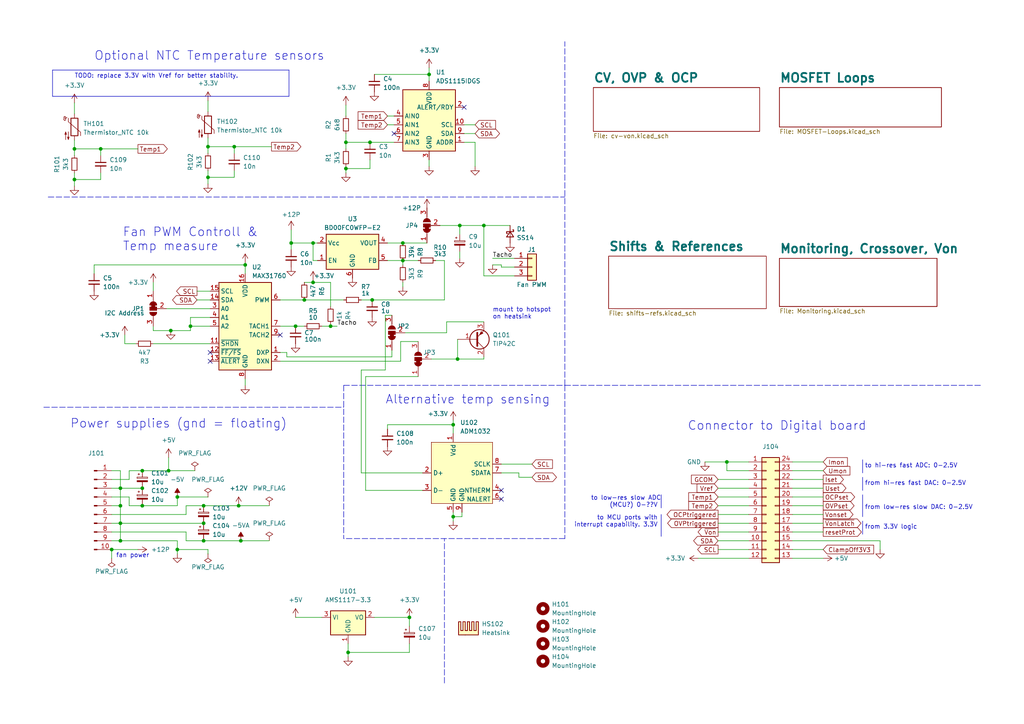
<source format=kicad_sch>
(kicad_sch (version 20230121) (generator eeschema)
  (paper "A4")
  (title_block (title "Electronic Load Analog Test Board") (date "2023-07-07") (rev "${VERSION}") (comment 1 "License: CERN-OHL-W-2.0"))
  (lib_symbols
    (symbol "Analog_ADC:ADS1115IDGS"
      (property "Reference" "U" (at 2.54 13.97 0))
      (property "Value" "ADS1115IDGS" (at 7.62 11.43 0))
      (symbol "ADS1115IDGS_1_1"
        (pin input line (at 10.16 -5.08 180) (length 2.54) (name "ADDR") (number "1"))
        (pin input line (at 10.16 0 180) (length 2.54) (name "SCL") (number "10"))
        (pin output line (at 10.16 5.08 180) (length 2.54) (name "ALERT/RDY") (number "2"))
        (pin power_in line (at 0 -10.16 90) (length 2.54) (name "GND") (number "3"))
        (pin input line (at -10.16 2.54 0) (length 2.54) (name "AIN0") (number "4"))
        (pin input line (at -10.16 0 0) (length 2.54) (name "AIN1") (number "5"))
        (pin input line (at -10.16 -2.54 0) (length 2.54) (name "AIN2") (number "6"))
        (pin input line (at -10.16 -5.08 0) (length 2.54) (name "AIN3") (number "7"))
        (pin power_in line (at 0 12.7 270) (length 2.54) (name "VDD") (number "8"))
        (pin bidirectional line (at 10.16 -2.54 180) (length 2.54) (name "SDA") (number "9"))
      )
    )
    (symbol "Connector:Conn_01x10_Pin" (pin_names (offset 1.016) hide)
      (property "Reference" "J" (at 0 12.7 0))
      (property "Value" "Conn_01x10_Pin" (at 0 -15.24 0))
      (symbol "Conn_01x10_Pin_1_1"
        (pin passive line (at 5.08 10.16 180) (length 3.81) (name "Pin_1") (number "1"))
        (pin passive line (at 5.08 -12.7 180) (length 3.81) (name "Pin_10") (number "10"))
        (pin passive line (at 5.08 7.62 180) (length 3.81) (name "Pin_2") (number "2"))
        (pin passive line (at 5.08 5.08 180) (length 3.81) (name "Pin_3") (number "3"))
        (pin passive line (at 5.08 2.54 180) (length 3.81) (name "Pin_4") (number "4"))
        (pin passive line (at 5.08 0 180) (length 3.81) (name "Pin_5") (number "5"))
        (pin passive line (at 5.08 -2.54 180) (length 3.81) (name "Pin_6") (number "6"))
        (pin passive line (at 5.08 -5.08 180) (length 3.81) (name "Pin_7") (number "7"))
        (pin passive line (at 5.08 -7.62 180) (length 3.81) (name "Pin_8") (number "8"))
        (pin passive line (at 5.08 -10.16 180) (length 3.81) (name "Pin_9") (number "9"))
      )
    )
    (symbol "Connector_Generic:Conn_01x03" (pin_names (offset 1.016) hide)
      (property "Reference" "J" (at 0 5.08 0))
      (property "Value" "Conn_01x03" (at 0 -5.08 0))
      (symbol "Conn_01x03_1_1"
        (pin passive line (at -5.08 2.54 0) (length 3.81) (name "Pin_1") (number "1"))
        (pin passive line (at -5.08 0 0) (length 3.81) (name "Pin_2") (number "2"))
        (pin passive line (at -5.08 -2.54 0) (length 3.81) (name "Pin_3") (number "3"))
      )
    )
    (symbol "Connector_Generic:Conn_02x12_Counter_Clockwise" (pin_names (offset 1.016) hide)
      (property "Reference" "J" (at 1.27 15.24 0))
      (property "Value" "Conn_02x12_Counter_Clockwise" (at 1.27 -17.78 0))
      (symbol "Conn_02x12_Counter_Clockwise_1_1"
        (pin passive line (at -5.08 12.7 0) (length 3.81) (name "Pin_1") (number "1"))
        (pin passive line (at -5.08 -10.16 0) (length 3.81) (name "Pin_10") (number "10"))
        (pin passive line (at -5.08 -12.7 0) (length 3.81) (name "Pin_11") (number "11"))
        (pin passive line (at -5.08 -15.24 0) (length 3.81) (name "Pin_12") (number "12"))
        (pin passive line (at 7.62 -15.24 180) (length 3.81) (name "Pin_13") (number "13"))
        (pin passive line (at 7.62 -12.7 180) (length 3.81) (name "Pin_14") (number "14"))
        (pin passive line (at 7.62 -10.16 180) (length 3.81) (name "Pin_15") (number "15"))
        (pin passive line (at 7.62 -7.62 180) (length 3.81) (name "Pin_16") (number "16"))
        (pin passive line (at 7.62 -5.08 180) (length 3.81) (name "Pin_17") (number "17"))
        (pin passive line (at 7.62 -2.54 180) (length 3.81) (name "Pin_18") (number "18"))
        (pin passive line (at 7.62 0 180) (length 3.81) (name "Pin_19") (number "19"))
        (pin passive line (at -5.08 10.16 0) (length 3.81) (name "Pin_2") (number "2"))
        (pin passive line (at 7.62 2.54 180) (length 3.81) (name "Pin_20") (number "20"))
        (pin passive line (at 7.62 5.08 180) (length 3.81) (name "Pin_21") (number "21"))
        (pin passive line (at 7.62 7.62 180) (length 3.81) (name "Pin_22") (number "22"))
        (pin passive line (at 7.62 10.16 180) (length 3.81) (name "Pin_23") (number "23"))
        (pin passive line (at 7.62 12.7 180) (length 3.81) (name "Pin_24") (number "24"))
        (pin passive line (at -5.08 7.62 0) (length 3.81) (name "Pin_3") (number "3"))
        (pin passive line (at -5.08 5.08 0) (length 3.81) (name "Pin_4") (number "4"))
        (pin passive line (at -5.08 2.54 0) (length 3.81) (name "Pin_5") (number "5"))
        (pin passive line (at -5.08 0 0) (length 3.81) (name "Pin_6") (number "6"))
        (pin passive line (at -5.08 -2.54 0) (length 3.81) (name "Pin_7") (number "7"))
        (pin passive line (at -5.08 -5.08 0) (length 3.81) (name "Pin_8") (number "8"))
        (pin passive line (at -5.08 -7.62 0) (length 3.81) (name "Pin_9") (number "9"))
      )
    )
    (symbol "Device:C_Polarized_Small" (pin_numbers hide) (pin_names (offset 0.254) hide)
      (property "Reference" "C" (at 0.254 1.778 0))
      (property "Value" "C_Polarized_Small" (at 0.254 -2.032 0))
      (symbol "C_Polarized_Small_1_1"
        (pin passive line (at 0 2.54 270) (length 1.8542) (name "~") (number "1"))
        (pin passive line (at 0 -2.54 90) (length 1.8542) (name "~") (number "2"))
      )
    )
    (symbol "Device:C_Small" (pin_numbers hide) (pin_names (offset 0.254) hide)
      (property "Reference" "C" (at 0.254 1.778 0))
      (property "Value" "C_Small" (at 0.254 -2.032 0))
      (symbol "C_Small_1_1"
        (pin passive line (at 0 2.54 270) (length 2.032) (name "~") (number "1"))
        (pin passive line (at 0 -2.54 90) (length 2.032) (name "~") (number "2"))
      )
    )
    (symbol "Device:D_Schottky_Small" (pin_numbers hide) (pin_names (offset 0.254) hide)
      (property "Reference" "D" (at -1.27 2.032 0))
      (property "Value" "D_Schottky_Small" (at -7.112 -2.032 0))
      (symbol "D_Schottky_Small_1_1"
        (pin passive line (at -2.54 0 0) (length 1.778) (name "K") (number "1"))
        (pin passive line (at 2.54 0 180) (length 1.778) (name "A") (number "2"))
      )
    )
    (symbol "Device:R_Small" (pin_numbers hide) (pin_names (offset 0.254) hide)
      (property "Reference" "R" (at 0.762 0.508 0))
      (property "Value" "R_Small" (at 0.762 -1.016 0))
      (symbol "R_Small_1_1"
        (pin passive line (at 0 2.54 270) (length 0.762) (name "~") (number "1"))
        (pin passive line (at 0 -2.54 90) (length 0.762) (name "~") (number "2"))
      )
    )
    (symbol "Device:Thermistor_NTC" (pin_numbers hide) (pin_names (offset 0))
      (property "Reference" "TH" (at -4.445 0 90))
      (property "Value" "Thermistor_NTC" (at 3.175 0 90))
      (symbol "Thermistor_NTC_1_1"
        (pin passive line (at 0 3.81 270) (length 1.27) (name "~") (number "1"))
        (pin passive line (at 0 -3.81 90) (length 1.27) (name "~") (number "2"))
      )
    )
    (symbol "EL-Load:ADM1032"
      (property "Reference" "U" (at 1.27 15.24 0))
      (property "Value" "ADM1032" (at 5.08 12.7 0))
      (symbol "ADM1032_1_1"
        (pin power_in line (at -2.54 13.97 270) (length 2.54) (name "Vdd") (number "1"))
        (pin bidirectional line (at -11.43 2.54 0) (length 2.54) (name "D+") (number "2"))
        (pin bidirectional line (at -11.43 -2.54 0) (length 2.54) (name "D-") (number "3"))
        (pin output line (at 11.43 -2.54 180) (length 2.54) (name "NTHERM") (number "4"))
        (pin power_in line (at -2.54 -8.89 90) (length 2.54) (name "GND") (number "5"))
        (pin output line (at 11.43 -5.08 180) (length 2.54) (name "NALERT") (number "6"))
        (pin bidirectional line (at 11.43 2.54 180) (length 2.54) (name "SDATA") (number "7"))
        (pin input line (at 11.43 5.08 180) (length 2.54) (name "SCLK") (number "8"))
        (pin power_in line (at 0 -8.89 90) (length 2.54) (name "GND") (number "9"))
      )
    )
    (symbol "EL-Load:BD00FC0W"
      (property "Reference" "U" (at -6.35 6.35 0))
      (property "Value" "BD00FC0WFP-E2" (at 2.54 6.35 0))
      (symbol "BD00FC0W_1_0"
        (pin power_in line (at 0 -7.62 90) (length 2.54) (name "GND") (number "6"))
      )
      (symbol "BD00FC0W_1_1"
        (pin input line (at -10.16 -2.54 0) (length 2.54) (name "EN") (number "1"))
        (pin power_in line (at -10.16 2.54 0) (length 2.54) (name "Vcc") (number "2"))
        (pin no_connect line (at -2.54 -7.62 90) (length 2.54) hide (name "N.C.") (number "3"))
        (pin power_out line (at 10.16 2.54 180) (length 2.54) (name "VOUT") (number "4"))
        (pin input line (at 10.16 -2.54 180) (length 2.54) (name "FB") (number "5"))
      )
    )
    (symbol "EL-Load:MAX31760"
      (property "Reference" "U" (at -7.62 13.97 0))
      (property "Value" "MAX31760" (at 1.27 13.97 0))
      (symbol "MAX31760_1_1"
        (pin input line (at 10.16 -7.62 180) (length 2.54) (name "DXP") (number "1"))
        (pin no_connect line (at 10.16 2.54 180) (length 2.54) hide (name "N.C.") (number "10"))
        (pin input line (at -10.16 -5.08 0) (length 2.54) (name "~{SHDN}") (number "11"))
        (pin input line (at -10.16 -7.62 0) (length 2.54) (name "~{FF/FS}") (number "12"))
        (pin output line (at -10.16 -10.16 0) (length 2.54) (name "~{ALERT}") (number "13"))
        (pin bidirectional line (at -10.16 7.62 0) (length 2.54) (name "SDA") (number "14"))
        (pin input line (at -10.16 10.16 0) (length 2.54) (name "SCL") (number "15"))
        (pin power_in line (at 0 15.24 270) (length 2.54) (name "VDD") (number "16"))
        (pin input line (at 10.16 -10.16 180) (length 2.54) (name "DXN") (number "2"))
        (pin input line (at -10.16 5.08 0) (length 2.54) (name "A0") (number "3"))
        (pin input line (at -10.16 2.54 0) (length 2.54) (name "A1") (number "4"))
        (pin input line (at -10.16 0 0) (length 2.54) (name "A2") (number "5"))
        (pin output line (at 10.16 7.62 180) (length 2.54) (name "PWM") (number "6"))
        (pin passive line (at 10.16 0 180) (length 2.54) (name "TACH1") (number "7"))
        (pin input line (at 0 -15.24 90) (length 2.54) (name "GND") (number "8"))
        (pin input line (at 10.16 -2.54 180) (length 2.54) (name "TACH2") (number "9"))
      )
    )
    (symbol "Jumper:SolderJumper_3_Bridged12" (pin_names (offset 0) hide)
      (property "Reference" "JP" (at -2.54 -2.54 0))
      (property "Value" "SolderJumper_3_Bridged12" (at 0 2.794 0))
      (symbol "SolderJumper_3_Bridged12_1_1"
        (pin passive line (at -5.08 0 0) (length 2.54) (name "A") (number "1"))
        (pin passive line (at 0 -3.81 90) (length 2.54) (name "C") (number "2"))
        (pin passive line (at 5.08 0 180) (length 2.54) (name "B") (number "3"))
      )
    )
    (symbol "Mechanical:Heatsink" (pin_names (offset 1.016))
      (property "Reference" "HS" (at 0 5.08 0))
      (property "Value" "Heatsink" (at 0 -1.27 0))
    )
    (symbol "Mechanical:MountingHole" (pin_names (offset 1.016))
      (property "Reference" "H" (at 0 5.08 0))
      (property "Value" "MountingHole" (at 0 3.175 0))
    )
    (symbol "Regulator_Linear:AMS1117-3.3"
      (property "Reference" "U" (at -3.81 3.175 0))
      (property "Value" "AMS1117-3.3" (at 0 3.175 0))
      (symbol "AMS1117-3.3_1_1"
        (pin power_in line (at 0 -7.62 90) (length 2.54) (name "GND") (number "1"))
        (pin power_out line (at 7.62 0 180) (length 2.54) (name "VO") (number "2"))
        (pin power_in line (at -7.62 0 0) (length 2.54) (name "VI") (number "3"))
      )
    )
    (symbol "Transistor_BJT:TIP42C" (pin_names (offset 0) hide)
      (property "Reference" "Q" (at 6.35 1.905 0))
      (property "Value" "TIP42C" (at 6.35 0 0))
      (symbol "TIP42C_1_1"
        (pin input line (at -5.08 0 0) (length 5.715) (name "B") (number "1"))
        (pin passive line (at 2.54 5.08 270) (length 2.54) (name "C") (number "2"))
        (pin passive line (at 2.54 -5.08 90) (length 2.54) (name "E") (number "3"))
      )
    )
    (symbol "power:+12P" (power) (pin_names (offset 0))
      (property "Value" "+12P" (at 0 3.556 0))
      (symbol "+12P_1_1"
        (pin power_in line (at 0 0 90) (length 0) hide (name "+12P") (number "1"))
      )
    )
    (symbol "power:+12V" (power) (pin_names (offset 0))
      (property "Value" "+12V" (at 0 3.556 0))
      (symbol "+12V_1_1"
        (pin power_in line (at 0 0 90) (length 0) hide (name "+12V") (number "1"))
      )
    )
    (symbol "power:+3.3V" (power) (pin_names (offset 0))
      (property "Value" "+3.3V" (at 0 3.556 0))
      (symbol "+3.3V_1_1"
        (pin power_in line (at 0 0 90) (length 0) hide (name "+3.3V") (number "1"))
      )
    )
    (symbol "power:+5V" (power) (pin_names (offset 0))
      (property "Value" "+5V" (at 0 3.556 0))
      (symbol "+5V_1_1"
        (pin power_in line (at 0 0 90) (length 0) hide (name "+5V") (number "1"))
      )
    )
    (symbol "power:-5V" (power) (pin_names (offset 0))
      (property "Value" "-5V" (at 0 3.81 0))
      (symbol "-5V_0_0"
        (pin power_in line (at 0 0 90) (length 0) hide (name "-5V") (number "1"))
      )
    )
    (symbol "power:-5VA" (power) (pin_names (offset 0))
      (property "Value" "-5VA" (at 0 3.81 0))
      (symbol "-5VA_0_0"
        (pin power_in line (at 0 0 90) (length 0) hide (name "-5VA") (number "1"))
      )
    )
    (symbol "power:GND" (power) (pin_names (offset 0))
      (property "Value" "GND" (at 0 -3.81 0))
      (symbol "GND_1_1"
        (pin power_in line (at 0 0 270) (length 0) hide (name "GND") (number "1"))
      )
    )
    (symbol "power:PWR_FLAG" (power) (pin_numbers hide) (pin_names (offset 0) hide)
      (property "Value" "PWR_FLAG" (at 0 3.81 0))
      (symbol "PWR_FLAG_0_0"
        (pin power_out line (at 0 0 90) (length 0) (name "pwr") (number "1"))
      )
    )
  )
  (junction (at 21.59 52.07))
  (junction (at 59.055 146.685))
  (junction (at 49.53 95.885))
  (junction (at 107.315 41.275))
  (junction (at 41.275 141.605))
  (junction (at 95.885 94.615))
  (junction (at 51.435 144.145))
  (junction (at 60.325 42.545))
  (junction (at 60.325 51.435))
  (junction (at 133.35 65.405))
  (junction (at 34.925 146.685))
  (junction (at 84.455 70.485))
  (junction (at 131.445 149.86))
  (junction (at 100.965 189.23))
  (junction (at 48.895 136.525))
  (junction (at 34.925 141.605))
  (junction (at 100.33 48.895))
  (junction (at 90.805 81.915))
  (junction (at 132.715 104.14))
  (junction (at 34.925 156.845))
  (junction (at 131.445 123.19))
  (junction (at 69.85 156.845))
  (junction (at 32.385 159.385))
  (junction (at 55.245 94.615))
  (junction (at 118.745 179.07))
  (junction (at 116.84 70.485))
  (junction (at 116.84 75.565))
  (junction (at 69.215 146.685))
  (junction (at 34.925 151.765))
  (junction (at 85.725 94.615))
  (junction (at 21.59 43.18))
  (junction (at 124.46 21.59))
  (junction (at 90.805 70.485))
  (junction (at 51.435 159.385))
  (junction (at 29.21 43.18))
  (junction (at 67.945 42.545))
  (junction (at 210.82 133.985))
  (junction (at 59.055 151.765))
  (junction (at 88.265 86.995))
  (junction (at 41.275 136.525))
  (junction (at 107.95 86.995))
  (junction (at 71.12 76.835))
  (junction (at 140.335 65.405))
  (junction (at 100.33 41.275))
  (junction (at 59.055 156.845))
  (junction (at 41.275 146.685))
  (no_connect (at 81.28 97.155))
  (no_connect (at 114.3 38.735))
  (no_connect (at 134.62 31.115))
  (no_connect (at 145.415 144.78))
  (no_connect (at 60.96 102.235))
  (no_connect (at 60.96 104.775))
  (no_connect (at 145.415 142.24))
  (wire (pts (xy 113.665 91.44) (xy 111.76 91.44)))
  (wire (pts (xy 126.365 75.565) (xy 128.905 75.565)))
  (wire (pts (xy 53.975 156.845) (xy 59.055 156.845)))
  (wire (pts (xy 107.315 41.275) (xy 114.3 41.275)))
  (wire (pts (xy 34.925 136.525) (xy 34.925 141.605)))
  (wire (pts (xy 32.385 141.605) (xy 34.925 141.605)))
  (wire (pts (xy 48.895 132.715) (xy 48.895 136.525)))
  (polyline (pts (xy 250.19 151.13) (xy 250.19 154.94)) (stroke (width 0) (type solid)))
  (polyline (pts (xy 12.7 118.11) (xy 99.695 118.11)) (stroke (width 0) (type dash)))
  (wire (pts (xy 60.325 51.435) (xy 60.325 53.34)))
  (wire (pts (xy 124.46 19.685) (xy 124.46 21.59)))
  (wire (pts (xy 133.35 65.405) (xy 140.335 65.405)))
  (wire (pts (xy 150.495 138.43) (xy 150.495 137.16)))
  (wire (pts (xy 106.045 142.24) (xy 122.555 142.24)))
  (wire (pts (xy 145.415 77.47) (xy 145.415 76.835)))
  (wire (pts (xy 34.925 146.685) (xy 34.925 151.765)))
  (wire (pts (xy 85.725 179.07) (xy 93.345 179.07)))
  (wire (pts (xy 57.15 84.455) (xy 60.96 84.455)))
  (wire (pts (xy 112.395 75.565) (xy 116.84 75.565)))
  (polyline (pts (xy 250.19 133.35) (xy 250.19 137.16)) (stroke (width 0) (type solid)))
  (wire (pts (xy 229.87 139.065) (xy 238.76 139.065)))
  (polyline (pts (xy 13.97 57.15) (xy 163.83 57.15)) (stroke (width 0) (type dash)))
  (wire (pts (xy 85.725 94.615) (xy 88.265 94.615)))
  (wire (pts (xy 128.905 86.995) (xy 107.95 86.995)))
  (wire (pts (xy 140.335 65.405) (xy 140.335 80.01)))
  (wire (pts (xy 116.205 99.06) (xy 121.285 99.06)))
  (wire (pts (xy 95.885 81.915) (xy 95.885 88.9)))
  (polyline (pts (xy 250.19 143.51) (xy 250.19 149.86)) (stroke (width 0) (type solid)))
  (wire (pts (xy 125.095 104.14) (xy 132.715 104.14)))
  (wire (pts (xy 217.17 133.985) (xy 210.82 133.985)))
  (wire (pts (xy 67.945 51.435) (xy 60.325 51.435)))
  (wire (pts (xy 229.87 156.845) (xy 255.27 156.845)))
  (wire (pts (xy 34.925 151.765) (xy 34.925 156.845)))
  (wire (pts (xy 59.055 146.685) (xy 69.215 146.685)))
  (wire (pts (xy 81.28 102.235) (xy 83.185 102.235)))
  (wire (pts (xy 104.775 107.315) (xy 104.775 137.16)))
  (wire (pts (xy 84.455 70.485) (xy 90.805 70.485)))
  (wire (pts (xy 67.945 44.45) (xy 67.945 42.545)))
  (wire (pts (xy 116.205 99.06) (xy 116.205 104.775)))
  (polyline (pts (xy 83.82 20.32) (xy 83.82 27.94)))
  (polyline (pts (xy 128.905 198.12) (xy 128.905 156.21)) (stroke (width 0) (type dash)))
  (wire (pts (xy 95.885 93.98) (xy 95.885 94.615)))
  (wire (pts (xy 90.805 81.28) (xy 90.805 81.915)))
  (wire (pts (xy 51.435 156.845) (xy 51.435 159.385)))
  (wire (pts (xy 53.975 154.305) (xy 53.975 156.845)))
  (wire (pts (xy 208.28 154.305) (xy 217.17 154.305)))
  (wire (pts (xy 140.335 65.405) (xy 147.955 65.405)))
  (wire (pts (xy 69.215 146.685) (xy 78.105 146.685)))
  (wire (pts (xy 34.925 156.845) (xy 51.435 156.845)))
  (wire (pts (xy 112.395 70.485) (xy 116.84 70.485)))
  (wire (pts (xy 44.45 81.915) (xy 44.45 84.455)))
  (wire (pts (xy 34.925 151.765) (xy 59.055 151.765)))
  (wire (pts (xy 208.28 144.145) (xy 217.17 144.145)))
  (wire (pts (xy 104.775 86.995) (xy 107.95 86.995)))
  (wire (pts (xy 106.045 109.22) (xy 106.045 142.24)))
  (wire (pts (xy 67.945 49.53) (xy 67.945 51.435)))
  (wire (pts (xy 100.33 41.275) (xy 107.315 41.275)))
  (wire (pts (xy 112.395 36.195) (xy 114.3 36.195)))
  (wire (pts (xy 93.345 94.615) (xy 95.885 94.615)))
  (wire (pts (xy 44.45 95.885) (xy 49.53 95.885)))
  (wire (pts (xy 44.45 99.695) (xy 60.96 99.695)))
  (polyline (pts (xy 83.82 27.94) (xy 15.24 27.94)))
  (wire (pts (xy 108.585 179.07) (xy 118.745 179.07)))
  (wire (pts (xy 100.33 48.895) (xy 100.33 50.165)))
  (wire (pts (xy 104.775 137.16) (xy 122.555 137.16)))
  (wire (pts (xy 51.435 144.145) (xy 60.325 144.145)))
  (wire (pts (xy 59.055 156.845) (xy 69.85 156.845)))
  (wire (pts (xy 92.075 75.565) (xy 90.805 75.565)))
  (wire (pts (xy 229.87 149.225) (xy 238.76 149.225)))
  (wire (pts (xy 229.87 161.925) (xy 238.76 161.925)))
  (wire (pts (xy 208.28 141.605) (xy 217.17 141.605)))
  (wire (pts (xy 116.84 70.485) (xy 123.825 70.485)))
  (wire (pts (xy 32.385 151.765) (xy 34.925 151.765)))
  (wire (pts (xy 208.28 146.685) (xy 217.17 146.685)))
  (wire (pts (xy 118.745 179.07) (xy 118.745 181.61)))
  (wire (pts (xy 37.465 144.145) (xy 37.465 146.685)))
  (wire (pts (xy 128.905 75.565) (xy 128.905 86.995)))
  (wire (pts (xy 107.315 46.355) (xy 107.315 48.895)))
  (wire (pts (xy 108.585 21.59) (xy 124.46 21.59)))
  (wire (pts (xy 132.715 98.425) (xy 132.715 104.14)))
  (wire (pts (xy 131.445 123.19) (xy 131.445 125.73)))
  (wire (pts (xy 124.46 46.355) (xy 124.46 48.26)))
  (wire (pts (xy 27.305 76.835) (xy 71.12 76.835)))
  (wire (pts (xy 90.805 81.915) (xy 88.265 81.915)))
  (wire (pts (xy 84.455 70.485) (xy 84.455 72.39)))
  (wire (pts (xy 90.805 70.485) (xy 90.805 75.565)))
  (wire (pts (xy 204.47 133.985) (xy 210.82 133.985)))
  (wire (pts (xy 21.59 40.64) (xy 21.59 43.18)))
  (wire (pts (xy 113.665 101.6) (xy 113.665 103.505)))
  (wire (pts (xy 32.385 159.385) (xy 32.385 161.925)))
  (wire (pts (xy 100.33 38.735) (xy 100.33 41.275)))
  (wire (pts (xy 21.59 29.845) (xy 21.59 33.02)))
  (wire (pts (xy 229.87 146.685) (xy 238.76 146.685)))
  (wire (pts (xy 60.325 42.545) (xy 60.325 44.45)))
  (wire (pts (xy 60.325 42.545) (xy 67.945 42.545)))
  (wire (pts (xy 55.245 92.075) (xy 55.245 94.615)))
  (wire (pts (xy 229.87 136.525) (xy 238.76 136.525)))
  (wire (pts (xy 112.395 123.19) (xy 131.445 123.19)))
  (wire (pts (xy 32.385 154.305) (xy 53.975 154.305)))
  (polyline (pts (xy 191.77 143.51) (xy 191.77 147.32)) (stroke (width 0) (type solid)))
  (wire (pts (xy 133.35 65.405) (xy 133.35 67.945)))
  (wire (pts (xy 100.33 41.275) (xy 100.33 43.18)))
  (wire (pts (xy 44.45 94.615) (xy 44.45 95.885)))
  (wire (pts (xy 100.965 186.69) (xy 100.965 189.23)))
  (wire (pts (xy 229.87 151.765) (xy 238.76 151.765)))
  (wire (pts (xy 229.87 141.605) (xy 238.76 141.605)))
  (wire (pts (xy 134.62 41.275) (xy 137.795 41.275)))
  (wire (pts (xy 37.465 139.065) (xy 37.465 136.525)))
  (wire (pts (xy 21.59 43.18) (xy 21.59 45.085)))
  (polyline (pts (xy 15.24 20.32) (xy 15.24 27.94)))
  (wire (pts (xy 133.35 73.025) (xy 133.35 74.93)))
  (wire (pts (xy 210.82 136.525) (xy 217.17 136.525)))
  (wire (pts (xy 41.275 146.685) (xy 51.435 146.685)))
  (wire (pts (xy 51.435 159.385) (xy 60.325 159.385)))
  (wire (pts (xy 137.795 41.275) (xy 137.795 48.26)))
  (wire (pts (xy 32.385 159.385) (xy 40.005 159.385)))
  (polyline (pts (xy 191.77 149.225) (xy 191.77 155.575)) (stroke (width 0) (type solid)))
  (wire (pts (xy 116.205 104.775) (xy 81.28 104.775)))
  (wire (pts (xy 124.46 21.59) (xy 124.46 23.495)))
  (polyline (pts (xy 15.24 20.32) (xy 83.82 20.32)))
  (wire (pts (xy 34.925 141.605) (xy 34.925 146.685)))
  (wire (pts (xy 118.745 186.69) (xy 118.745 189.23)))
  (wire (pts (xy 208.28 139.065) (xy 217.17 139.065)))
  (wire (pts (xy 27.305 79.375) (xy 27.305 76.835)))
  (wire (pts (xy 111.76 91.44) (xy 111.76 107.315)))
  (wire (pts (xy 32.385 136.525) (xy 34.925 136.525)))
  (wire (pts (xy 60.325 159.385) (xy 60.325 160.655)))
  (wire (pts (xy 53.975 149.225) (xy 53.975 146.685)))
  (polyline (pts (xy 163.83 111.76) (xy 284.48 111.76)) (stroke (width 0) (type dash)))
  (polyline (pts (xy 99.695 111.76) (xy 99.695 156.21)) (stroke (width 0) (type dash)))
  (wire (pts (xy 29.21 50.165) (xy 29.21 52.07)))
  (wire (pts (xy 32.385 139.065) (xy 37.465 139.065)))
  (wire (pts (xy 51.435 144.145) (xy 51.435 146.685)))
  (wire (pts (xy 100.33 30.48) (xy 100.33 33.655)))
  (wire (pts (xy 145.415 134.62) (xy 154.305 134.62)))
  (wire (pts (xy 145.415 137.16) (xy 150.495 137.16)))
  (wire (pts (xy 208.28 159.385) (xy 217.17 159.385)))
  (wire (pts (xy 29.21 45.085) (xy 29.21 43.18)))
  (wire (pts (xy 229.87 154.305) (xy 238.76 154.305)))
  (wire (pts (xy 36.195 99.695) (xy 36.195 97.155)))
  (wire (pts (xy 229.87 159.385) (xy 238.76 159.385)))
  (wire (pts (xy 32.385 149.225) (xy 53.975 149.225)))
  (wire (pts (xy 149.225 77.47) (xy 145.415 77.47)))
  (wire (pts (xy 32.385 144.145) (xy 37.465 144.145)))
  (wire (pts (xy 48.26 89.535) (xy 60.96 89.535)))
  (wire (pts (xy 140.335 80.01) (xy 149.225 80.01)))
  (wire (pts (xy 134.62 36.195) (xy 137.795 36.195)))
  (wire (pts (xy 111.76 107.315) (xy 104.775 107.315)))
  (wire (pts (xy 132.715 104.14) (xy 140.335 104.14)))
  (wire (pts (xy 49.53 95.885) (xy 55.245 95.885)))
  (wire (pts (xy 37.465 136.525) (xy 41.275 136.525)))
  (wire (pts (xy 67.945 42.545) (xy 78.74 42.545)))
  (wire (pts (xy 21.59 52.07) (xy 21.59 53.975)))
  (wire (pts (xy 34.925 141.605) (xy 41.275 141.605)))
  (wire (pts (xy 90.805 70.485) (xy 92.075 70.485)))
  (wire (pts (xy 208.28 149.225) (xy 217.17 149.225)))
  (polyline (pts (xy 163.83 111.76) (xy 163.83 12.065)) (stroke (width 0) (type dash)))
  (wire (pts (xy 107.315 48.895) (xy 100.33 48.895)))
  (wire (pts (xy 71.12 76.835) (xy 71.12 79.375)))
  (wire (pts (xy 145.415 76.835) (xy 142.875 76.835)))
  (wire (pts (xy 131.445 149.86) (xy 133.985 149.86)))
  (wire (pts (xy 208.28 151.765) (xy 217.17 151.765)))
  (polyline (pts (xy 250.19 138.43) (xy 250.19 142.24)) (stroke (width 0) (type solid)))
  (wire (pts (xy 32.385 146.685) (xy 34.925 146.685)))
  (wire (pts (xy 83.185 102.235) (xy 83.185 103.505)))
  (wire (pts (xy 116.84 75.565) (xy 116.84 76.835)))
  (wire (pts (xy 118.745 189.23) (xy 100.965 189.23)))
  (polyline (pts (xy 99.695 111.76) (xy 163.83 111.76)) (stroke (width 0) (type dash)))
  (wire (pts (xy 229.87 144.145) (xy 238.76 144.145)))
  (wire (pts (xy 48.895 136.525) (xy 56.515 136.525)))
  (wire (pts (xy 95.885 81.915) (xy 90.805 81.915)))
  (wire (pts (xy 41.275 136.525) (xy 48.895 136.525)))
  (wire (pts (xy 84.455 66.675) (xy 84.455 70.485)))
  (wire (pts (xy 210.82 133.985) (xy 210.82 136.525)))
  (wire (pts (xy 255.27 156.845) (xy 255.27 159.385)))
  (wire (pts (xy 55.245 94.615) (xy 60.96 94.615)))
  (wire (pts (xy 100.33 48.26) (xy 100.33 48.895)))
  (wire (pts (xy 116.84 81.915) (xy 116.84 83.185)))
  (wire (pts (xy 21.59 43.18) (xy 29.21 43.18)))
  (wire (pts (xy 71.12 109.855) (xy 71.12 111.76)))
  (wire (pts (xy 154.305 138.43) (xy 150.495 138.43)))
  (wire (pts (xy 121.285 109.22) (xy 106.045 109.22)))
  (wire (pts (xy 127.635 65.405) (xy 133.35 65.405)))
  (wire (pts (xy 112.395 33.655) (xy 114.3 33.655)))
  (wire (pts (xy 133.985 148.59) (xy 133.985 149.86)))
  (wire (pts (xy 140.335 93.345) (xy 129.54 93.345)))
  (wire (pts (xy 37.465 146.685) (xy 41.275 146.685)))
  (wire (pts (xy 69.85 156.845) (xy 78.105 156.845)))
  (wire (pts (xy 112.395 124.46) (xy 112.395 123.19)))
  (wire (pts (xy 131.445 148.59) (xy 131.445 149.86)))
  (wire (pts (xy 140.335 104.14) (xy 140.335 103.505)))
  (wire (pts (xy 21.59 50.165) (xy 21.59 52.07)))
  (wire (pts (xy 55.245 95.885) (xy 55.245 94.615)))
  (polyline (pts (xy 163.83 111.76) (xy 163.83 156.21)) (stroke (width 0) (type dash)))
  (wire (pts (xy 129.54 93.345) (xy 129.54 96.52)))
  (wire (pts (xy 88.265 86.995) (xy 99.695 86.995)))
  (wire (pts (xy 95.885 94.615) (xy 97.79 94.615)))
  (wire (pts (xy 60.325 29.21) (xy 60.325 32.385)))
  (wire (pts (xy 134.62 38.735) (xy 137.795 38.735)))
  (wire (pts (xy 83.185 103.505) (xy 113.665 103.505)))
  (wire (pts (xy 100.965 189.23) (xy 100.965 190.5)))
  (wire (pts (xy 131.445 149.86) (xy 131.445 151.13)))
  (wire (pts (xy 71.12 76.2) (xy 71.12 76.835)))
  (wire (pts (xy 229.87 133.985) (xy 238.76 133.985)))
  (wire (pts (xy 60.325 49.53) (xy 60.325 51.435)))
  (wire (pts (xy 60.96 92.075) (xy 55.245 92.075)))
  (wire (pts (xy 29.21 43.18) (xy 40.005 43.18)))
  (wire (pts (xy 60.325 40.005) (xy 60.325 42.545)))
  (polyline (pts (xy 163.83 156.21) (xy 99.695 156.21)) (stroke (width 0) (type dash)))
  (wire (pts (xy 81.28 86.995) (xy 88.265 86.995)))
  (wire (pts (xy 131.445 121.92) (xy 131.445 123.19)))
  (wire (pts (xy 202.565 161.925) (xy 217.17 161.925)))
  (wire (pts (xy 116.84 75.565) (xy 121.285 75.565)))
  (wire (pts (xy 208.28 156.845) (xy 217.17 156.845)))
  (wire (pts (xy 39.37 99.695) (xy 36.195 99.695)))
  (wire (pts (xy 57.15 86.995) (xy 60.96 86.995)))
  (wire (pts (xy 53.975 146.685) (xy 59.055 146.685)))
  (wire (pts (xy 81.28 94.615) (xy 85.725 94.615)))
  (wire (pts (xy 32.385 156.845) (xy 34.925 156.845)))
  (wire (pts (xy 142.875 74.93) (xy 149.225 74.93)))
  (wire (pts (xy 129.54 96.52) (xy 117.475 96.52)))
  (wire (pts (xy 51.435 159.385) (xy 51.435 160.655)))
  (wire (pts (xy 29.21 52.07) (xy 21.59 52.07)))
  (text "Alternative temp sensing" (at 111.76 117.475 0) (effects (font (size 2.54 2.54)) (justify left bottom)))
  (text "TODO: replace 3.3V with Vref for better stability." (at 21.59 22.86 0) (effects (font (size 1.27 1.27)) (justify left bottom)))
  (text "Power supplies (gnd = floating)" (at 20.32 124.46 0) (effects (font (size 2.54 2.54)) (justify left bottom)))
  (text "to low-res slow ADC\n(MCU?) 0-??V " (at 191.77 147.32 0) (effects (font (size 1.27 1.27)) (justify right bottom)))
  (text "fan power" (at 33.655 161.925 0) (effects (font (size 1.27 1.27)) (justify left bottom)))
  (text "from low-res slow DAC: 0-2.5V" (at 250.825 147.955 0) (effects (font (size 1.27 1.27)) (justify left bottom)))
  (text "to hi-res fast ADC: 0-2.5V" (at 250.825 135.89 0) (effects (font (size 1.27 1.27)) (justify left bottom)))
  (text "from 3.3V logic" (at 250.825 153.67 0) (effects (font (size 1.27 1.27)) (justify left bottom)))
  (text "Fan PWM Controll & \nTemp measure\n" (at 35.56 73.025 0) (effects (font (size 2.54 2.54)) (justify left bottom)))
  (text "from hi-res fast DAC: 0-2.5V" (at 250.825 140.97 0) (effects (font (size 1.27 1.27)) (justify left bottom)))
  (text "Connector to Digital board" (at 199.39 125.095 0) (effects (font (size 2.54 2.54)) (justify left bottom)))
  (text "Optional NTC Temperature sensors" (at 27.305 17.78 0) (effects (font (size 2.54 2.54)) (justify left bottom)))
  (text "to MCU ports with \ninterrupt capability. 3.3V " (at 191.77 153.035 0) (effects (font (size 1.27 1.27)) (justify right bottom)))
  (text "mount to hotspot \non heatsink" (at 142.875 92.71 0) (effects (font (size 1.27 1.27)) (justify left bottom)))
  (label "Tacho" (at 97.79 94.615 0))
  (label "Tacho" (at 142.875 74.93 0))
  (global_label "SDA" (shape bidirectional) (at 208.28 156.845 180) (property "Intersheetrefs" "${INTERSHEET_REFS}" (effects hide)))
  (global_label "Temp1" (shape input) (at 208.28 144.145 180) (property "Intersheetrefs" "${INTERSHEET_REFS}" (effects hide)))
  (global_label "Vonset" (shape output) (at 238.76 149.225 0) (property "Intersheetrefs" "${INTERSHEET_REFS}" (effects hide)))
  (global_label "SCL" (shape output) (at 57.15 84.455 180) (property "Intersheetrefs" "${INTERSHEET_REFS}" (effects hide)))
  (global_label "SDA" (shape bidirectional) (at 154.305 138.43 0) (property "Intersheetrefs" "${INTERSHEET_REFS}" (effects hide)))
  (global_label "GCOM" (shape input) (at 208.28 139.065 180) (property "Intersheetrefs" "${INTERSHEET_REFS}" (effects hide)))
  (global_label "~{Von}" (shape output) (at 208.28 154.305 180) (property "Intersheetrefs" "${INTERSHEET_REFS}" (effects hide)))
  (global_label "ClampOff3V3" (shape input) (at 238.76 159.385 0) (property "Intersheetrefs" "${INTERSHEET_REFS}" (effects hide)))
  (global_label "SCL" (shape input) (at 154.305 134.62 0) (property "Intersheetrefs" "${INTERSHEET_REFS}" (effects hide)))
  (global_label "SCL" (shape output) (at 208.28 159.385 180) (property "Intersheetrefs" "${INTERSHEET_REFS}" (effects hide)))
  (global_label "~{VonLatch}" (shape output) (at 238.76 151.765 0) (property "Intersheetrefs" "${INTERSHEET_REFS}" (effects hide)))
  (global_label "Vref" (shape input) (at 208.28 141.605 180) (property "Intersheetrefs" "${INTERSHEET_REFS}" (effects hide)))
  (global_label "SDA" (shape bidirectional) (at 57.15 86.995 180) (property "Intersheetrefs" "${INTERSHEET_REFS}" (effects hide)))
  (global_label "OVPset" (shape output) (at 238.76 146.685 0) (property "Intersheetrefs" "${INTERSHEET_REFS}" (effects hide)))
  (global_label "Umon" (shape input) (at 238.76 136.525 0) (property "Intersheetrefs" "${INTERSHEET_REFS}" (effects hide)))
  (global_label "Temp2" (shape output) (at 78.74 42.545 0) (property "Intersheetrefs" "${INTERSHEET_REFS}" (effects hide)))
  (global_label "Iset" (shape output) (at 238.76 139.065 0) (property "Intersheetrefs" "${INTERSHEET_REFS}" (effects hide)))
  (global_label "SDA" (shape bidirectional) (at 137.795 38.735 0) (property "Intersheetrefs" "${INTERSHEET_REFS}" (effects hide)))
  (global_label "OCPset" (shape output) (at 238.76 144.145 0) (property "Intersheetrefs" "${INTERSHEET_REFS}" (effects hide)))
  (global_label "Temp2" (shape input) (at 112.395 36.195 180) (property "Intersheetrefs" "${INTERSHEET_REFS}" (effects hide)))
  (global_label "Uset" (shape output) (at 238.76 141.605 0) (property "Intersheetrefs" "${INTERSHEET_REFS}" (effects hide)))
  (global_label "SCL" (shape input) (at 137.795 36.195 0) (property "Intersheetrefs" "${INTERSHEET_REFS}" (effects hide)))
  (global_label "Temp1" (shape input) (at 112.395 33.655 180) (property "Intersheetrefs" "${INTERSHEET_REFS}" (effects hide)))
  (global_label "OCPtriggered" (shape output) (at 208.28 149.225 180) (property "Intersheetrefs" "${INTERSHEET_REFS}" (effects hide)))
  (global_label "Temp2" (shape input) (at 208.28 146.685 180) (property "Intersheetrefs" "${INTERSHEET_REFS}" (effects hide)))
  (global_label "Imon" (shape input) (at 238.76 133.985 0) (property "Intersheetrefs" "${INTERSHEET_REFS}" (effects hide)))
  (global_label "resetProt" (shape output) (at 238.76 154.305 0) (property "Intersheetrefs" "${INTERSHEET_REFS}" (effects hide)))
  (global_label "Temp1" (shape output) (at 40.005 43.18 0) (property "Intersheetrefs" "${INTERSHEET_REFS}" (effects hide)))
  (global_label "OVPtriggered" (shape output) (at 208.28 151.765 180) (property "Intersheetrefs" "${INTERSHEET_REFS}" (effects hide)))
  (symbol (lib_id "power:+3.3V") (at 21.59 29.845 0) (unit 1)
    (property "Reference" "#PWR0131" (effects hide))
    (property "Value" "+3.3V" (at 21.59 24.765 0))
  )
  (symbol (lib_id "Device:R_Small") (at 123.825 75.565 90) (unit 1)
    (property "Reference" "R10" (at 127.635 71.755 90))
    (property "Value" "3k3" (at 127.635 73.66 90))
    (property "Footprint" "Resistor_SMD:R_0805_2012Metric_Pad1.20x1.40mm_HandSolder" (effects hide))
  )
  (symbol (lib_id "Connector:Conn_01x10_Pin") (at 27.305 146.685 0) (unit 1)
    (property "Reference" "J101" (at 27.94 131.445 0))
    (property "Value" "Conn_01x10_Male" (effects hide))
    (property "Footprint" "Connector_PinHeader_2.54mm:PinHeader_1x10_P2.54mm_Horizontal" (effects hide))
  )
  (symbol (lib_id "Device:D_Schottky_Small") (at 147.955 67.945 270) (unit 1)
    (property "Reference" "D1" (at 149.86 66.421 90) (effects (justify left)))
    (property "Value" "SS14" (at 149.86 68.961 90) (effects (justify left)))
    (property "Footprint" "Diode_SMD:D_SMA_Handsoldering" (effects hide))
  )
  (symbol (lib_id "power:+3.3V") (at 60.325 29.21 0) (unit 1)
    (property "Reference" "#PWR0133" (effects hide))
    (property "Value" "+3.3V" (at 60.325 24.13 0))
  )
  (symbol (lib_id "power:PWR_FLAG") (at 60.325 160.655 180) (unit 1)
    (property "Reference" "#FLG0106" (effects hide))
    (property "Value" "PWR_FLAG" (at 60.325 164.465 0))
  )
  (symbol (lib_id "Device:C_Small") (at 67.945 46.99 0) (unit 1)
    (property "Reference" "C110" (at 70.485 45.7262 0) (effects (justify left)))
    (property "Value" "10n" (at 70.485 48.2662 0) (effects (justify left)))
    (property "Footprint" "Capacitor_SMD:C_0805_2012Metric_Pad1.18x1.45mm_HandSolder" (effects hide))
  )
  (symbol (lib_id "power:GND") (at 137.795 48.26 0) (unit 1)
    (property "Reference" "#PWR014" (effects hide))
    (property "Value" "GND" (effects hide))
  )
  (symbol (lib_id "Device:R_Small") (at 100.33 45.72 180) (unit 1)
    (property "Reference" "R1" (at 95.25 45.72 90))
    (property "Value" "3k3" (at 97.79 45.72 90))
    (property "Footprint" "Resistor_SMD:R_0805_2012Metric_Pad1.20x1.40mm_HandSolder" (effects hide))
  )
  (symbol (lib_id "power:GND") (at 102.235 80.645 0) (unit 1)
    (property "Reference" "#PWR024" (effects hide))
    (property "Value" "GND" (effects hide))
  )
  (symbol (lib_id "Device:R_Small") (at 116.84 79.375 0) (unit 1)
    (property "Reference" "R9" (at 121.92 79.375 90))
    (property "Value" "3k3" (at 119.38 79.375 90))
    (property "Footprint" "Resistor_SMD:R_0805_2012Metric_Pad1.20x1.40mm_HandSolder" (effects hide))
  )
  (symbol (lib_id "Device:R_Small") (at 90.805 94.615 90) (unit 1)
    (property "Reference" "R5" (at 90.805 90.17 90))
    (property "Value" "10" (at 90.805 92.075 90))
    (property "Footprint" "Resistor_SMD:R_0805_2012Metric_Pad1.20x1.40mm_HandSolder" (effects hide))
  )
  (symbol (lib_id "Device:R_Small") (at 88.265 84.455 0) (unit 1)
    (property "Reference" "R6" (at 93.345 84.455 90))
    (property "Value" "4k7" (at 90.805 84.455 90))
    (property "Footprint" "Resistor_SMD:R_0805_2012Metric_Pad1.20x1.40mm_HandSolder" (effects hide))
  )
  (symbol (lib_id "Analog_ADC:ADS1115IDGS") (at 124.46 36.195 0) (unit 1)
    (property "Reference" "U1" (at 126.4159 20.955 0) (effects (justify left)))
    (property "Value" "ADS1115IDGS" (at 126.4159 23.495 0) (effects (justify left)))
    (property "Footprint" "Package_SO:TSSOP-10_3x3mm_P0.5mm" (effects hide))
    (property "Datasheet" "http://www.ti.com/lit/ds/symlink/ads1113.pdf" (effects hide))
  )
  (symbol (lib_id "Mechanical:MountingHole") (at 157.48 176.53 0) (unit 1) (in_bom no)
    (property "Reference" "H101" (at 160.02 175.2599 0) (effects (justify left)))
    (property "Value" "MountingHole" (at 160.02 177.7999 0) (effects (justify left)))
    (property "Footprint" "MountingHole:MountingHole_3.2mm_M3_DIN965_Pad" (effects hide))
  )
  (symbol (lib_id "power:+12P") (at 84.455 66.675 0) (unit 1)
    (property "Reference" "#PWR022" (effects hide))
    (property "Value" "+12P" (at 84.455 62.23 0))
  )
  (symbol (lib_id "power:+5V") (at 48.895 132.715 0) (unit 1)
    (property "Reference" "#PWR0101" (effects hide))
    (property "Value" "+5V" (at 48.895 127.635 0))
  )
  (symbol (lib_id "Connector_Generic:Conn_01x03") (at 154.305 77.47 0) (unit 1)
    (property "Reference" "J1" (at 153.035 72.39 0) (effects (justify left)))
    (property "Value" "Fan PWM" (at 149.86 82.55 0) (effects (justify left)))
    (property "Footprint" "Connector_JST:JST_XH_B3B-XH-A_1x03_P2.50mm_Vertical" (effects hide))
  )
  (symbol (lib_id "Device:C_Small") (at 112.395 127 0) (unit 1)
    (property "Reference" "C108" (at 114.935 125.7362 0) (effects (justify left)))
    (property "Value" "100n" (at 114.935 128.2762 0) (effects (justify left)))
    (property "Footprint" "Capacitor_SMD:C_0805_2012Metric_Pad1.18x1.45mm_HandSolder" (effects hide))
  )
  (symbol (lib_id "Device:Thermistor_NTC") (at 21.59 36.83 0) (unit 1)
    (property "Reference" "TH101" (at 24.13 35.8774 0) (effects (justify left)))
    (property "Value" "Thermistor_NTC 10k" (at 24.13 38.4174 0) (effects (justify left)))
    (property "Footprint" "Connector_PinHeader_2.00mm:PinHeader_1x02_P2.00mm_Vertical" (effects hide))
  )
  (symbol (lib_id "power:PWR_FLAG") (at 32.385 161.925 180) (unit 1)
    (property "Reference" "#FLG0105" (effects hide))
    (property "Value" "PWR_FLAG" (at 32.385 165.735 0))
  )
  (symbol (lib_id "power:+3.3V") (at 100.33 30.48 0) (unit 1)
    (property "Reference" "#PWR013" (effects hide))
    (property "Value" "+3.3V" (at 100.33 25.4 0))
  )
  (symbol (lib_id "power:GND") (at 124.46 48.26 0) (unit 1)
    (property "Reference" "#PWR03" (effects hide))
    (property "Value" "GND" (effects hide))
  )
  (symbol (lib_id "Regulator_Linear:AMS1117-3.3") (at 100.965 179.07 0) (unit 1)
    (property "Reference" "U101" (at 100.965 171.45 0))
    (property "Value" "AMS1117-3.3" (at 100.965 173.99 0))
    (property "Footprint" "Package_TO_SOT_SMD:SOT-223-3_TabPin2" (effects hide))
    (property "Datasheet" "http://www.advanced-monolithic.com/pdf/ds1117.pdf" (effects hide))
  )
  (symbol (lib_id "power:GND") (at 147.955 70.485 0) (unit 1)
    (property "Reference" "#PWR033" (effects hide))
    (property "Value" "GND" (effects hide))
  )
  (symbol (lib_id "power:GND") (at 85.725 99.695 0) (unit 1)
    (property "Reference" "#PWR027" (effects hide))
    (property "Value" "GND" (effects hide))
  )
  (symbol (lib_id "power:GND") (at 108.585 26.67 0) (unit 1)
    (property "Reference" "#PWR015" (effects hide))
    (property "Value" "GND" (effects hide))
  )
  (symbol (lib_id "Jumper:SolderJumper_3_Bridged12") (at 123.825 65.405 90) (unit 1)
    (property "Reference" "JP4" (at 121.285 65.405 90) (effects (justify left)))
    (property "Value" "SolderJumper_3_Bridged12" (effects hide))
    (property "Footprint" "Jumper:SolderJumper-3_P1.3mm_Bridged2Bar12_RoundedPad1.0x1.5mm" (effects hide))
  )
  (symbol (lib_id "power:GND") (at 84.455 77.47 0) (unit 1)
    (property "Reference" "#PWR023" (effects hide))
    (property "Value" "GND" (effects hide))
  )
  (symbol (lib_id "Device:R_Small") (at 41.91 99.695 270) (unit 1)
    (property "Reference" "R3" (at 41.91 104.775 90))
    (property "Value" "4k7" (at 41.91 102.235 90))
    (property "Footprint" "Resistor_SMD:R_0805_2012Metric_Pad1.20x1.40mm_HandSolder" (effects hide))
  )
  (symbol (lib_id "Mechanical:MountingHole") (at 157.48 181.61 0) (unit 1) (in_bom no)
    (property "Reference" "H102" (at 160.02 180.3399 0) (effects (justify left)))
    (property "Value" "MountingHole" (at 160.02 182.8799 0) (effects (justify left)))
    (property "Footprint" "MountingHole:MountingHole_3.2mm_M3_DIN965_Pad" (effects hide))
  )
  (symbol (lib_id "Device:C_Small") (at 27.305 81.915 0) (unit 1)
    (property "Reference" "C5" (at 29.845 80.6512 0) (effects (justify left)))
    (property "Value" "100n" (at 29.845 83.1912 0) (effects (justify left)))
    (property "Footprint" "Capacitor_SMD:C_0805_2012Metric_Pad1.18x1.45mm_HandSolder" (effects hide))
  )
  (symbol (lib_id "power:GND") (at 133.35 74.93 0) (unit 1)
    (property "Reference" "#PWR031" (effects hide))
    (property "Value" "GND" (effects hide))
  )
  (symbol (lib_id "Device:R_Small") (at 60.325 46.99 180) (unit 1)
    (property "Reference" "R102" (at 55.245 46.99 90))
    (property "Value" "3k3" (at 57.785 46.99 90))
    (property "Footprint" "Resistor_SMD:R_0805_2012Metric_Pad1.20x1.40mm_HandSolder" (effects hide))
  )
  (symbol (lib_id "Device:R_Small") (at 116.84 73.025 0) (unit 1)
    (property "Reference" "R8" (at 121.92 73.025 90))
    (property "Value" "39k" (at 119.38 73.025 90))
    (property "Footprint" "Resistor_SMD:R_0805_2012Metric_Pad1.20x1.40mm_HandSolder" (effects hide))
  )
  (symbol (lib_id "Device:R_Small") (at 95.885 91.44 0) (unit 1)
    (property "Reference" "R4" (at 100.965 91.44 90))
    (property "Value" "1k" (at 98.425 91.44 90))
    (property "Footprint" "Resistor_SMD:R_0805_2012Metric_Pad1.20x1.40mm_HandSolder" (effects hide))
  )
  (symbol (lib_id "power:+12P") (at 40.005 159.385 270) (unit 1)
    (property "Reference" "#PWR0103" (effects hide))
    (property "Value" "+12P" (at 43.815 159.3849 90) (effects (justify left)))
  )
  (symbol (lib_id "power:GND") (at 21.59 53.975 0) (unit 1)
    (property "Reference" "#PWR0132" (effects hide))
    (property "Value" "GND" (effects hide))
  )
  (symbol (lib_id "power:+3.3V") (at 36.195 97.155 0) (unit 1)
    (property "Reference" "#PWR021" (effects hide))
    (property "Value" "+3.3V" (at 31.75 97.155 0))
  )
  (symbol (lib_id "power:PWR_FLAG") (at 56.515 136.525 0) (unit 1)
    (property "Reference" "#FLG0101" (effects hide))
    (property "Value" "PWR_FLAG" (at 56.515 131.445 0))
  )
  (symbol (lib_id "Device:C_Polarized_Small") (at 59.055 149.225 0) (unit 1)
    (property "Reference" "C103" (at 61.595 147.4088 0) (effects (justify left)))
    (property "Value" "10u" (at 61.595 149.9488 0) (effects (justify left)))
    (property "Footprint" "Capacitor_SMD:C_0805_2012Metric_Pad1.18x1.45mm_HandSolder" (effects hide))
  )
  (symbol (lib_id "Device:C_Small") (at 108.585 24.13 0) (unit 1)
    (property "Reference" "C4" (at 111.125 22.8662 0) (effects (justify left)))
    (property "Value" "100n" (at 111.125 25.4062 0) (effects (justify left)))
    (property "Footprint" "Capacitor_SMD:C_0805_2012Metric_Pad1.18x1.45mm_HandSolder" (effects hide))
  )
  (symbol (lib_id "Mechanical:MountingHole") (at 157.48 186.69 0) (unit 1) (in_bom no)
    (property "Reference" "H103" (at 160.02 185.4199 0) (effects (justify left)))
    (property "Value" "MountingHole" (at 160.02 187.9599 0) (effects (justify left)))
    (property "Footprint" "MountingHole:MountingHole_3.2mm_M3_DIN965_Pad" (effects hide))
  )
  (symbol (lib_id "Device:C_Polarized_Small") (at 59.055 154.305 0) (unit 1)
    (property "Reference" "C104" (at 61.595 152.4888 0) (effects (justify left)))
    (property "Value" "10u" (at 61.595 155.0288 0) (effects (justify left)))
    (property "Footprint" "Capacitor_SMD:C_0805_2012Metric_Pad1.18x1.45mm_HandSolder" (effects hide))
  )
  (symbol (lib_id "power:GND") (at 51.435 160.655 0) (unit 1)
    (property "Reference" "#PWR0102" (effects hide))
    (property "Value" "GND" (effects hide))
  )
  (symbol (lib_id "power:GND") (at 71.12 111.76 0) (unit 1)
    (property "Reference" "#PWR016" (effects hide))
    (property "Value" "GND" (effects hide))
  )
  (symbol (lib_id "Device:R_Small") (at 102.235 86.995 90) (unit 1)
    (property "Reference" "R7" (at 106.045 83.185 90))
    (property "Value" "1k" (at 106.045 85.09 90))
    (property "Footprint" "Resistor_SMD:R_0805_2012Metric_Pad1.20x1.40mm_HandSolder" (effects hide))
  )
  (symbol (lib_id "Jumper:SolderJumper_3_Bridged12") (at 121.285 104.14 90) (unit 1)
    (property "Reference" "JP3" (at 126.365 102.235 90) (effects (justify left)))
    (property "Value" "SolderJumper_3_Bridged12" (effects hide))
    (property "Footprint" "Jumper:SolderJumper-3_P1.3mm_Bridged2Bar12_RoundedPad1.0x1.5mm" (effects hide))
  )
  (symbol (lib_id "power:GND") (at 100.33 50.165 0) (unit 1)
    (property "Reference" "#PWR05" (effects hide))
    (property "Value" "GND" (effects hide))
  )
  (symbol (lib_id "power:GND") (at 204.47 133.985 0) (unit 1)
    (property "Reference" "#PWR0124" (effects hide))
    (property "Value" "GND" (at 201.295 133.985 0))
  )
  (symbol (lib_id "power:GND") (at 60.325 53.34 0) (unit 1)
    (property "Reference" "#PWR0134" (effects hide))
    (property "Value" "GND" (effects hide))
  )
  (symbol (lib_id "Device:C_Polarized_Small") (at 41.275 144.145 0) (unit 1)
    (property "Reference" "C102" (at 43.815 142.3288 0) (effects (justify left)))
    (property "Value" "10u" (at 43.815 144.8688 0) (effects (justify left)))
    (property "Footprint" "Capacitor_SMD:C_0805_2012Metric_Pad1.18x1.45mm_HandSolder" (effects hide))
  )
  (symbol (lib_id "Device:R_Small") (at 100.33 36.195 180) (unit 1)
    (property "Reference" "R2" (at 95.25 36.195 90))
    (property "Value" "6k8" (at 97.79 36.195 90))
    (property "Footprint" "Resistor_SMD:R_0805_2012Metric_Pad1.20x1.40mm_HandSolder" (effects hide))
  )
  (symbol (lib_id "power:+3.3V") (at 71.12 76.2 0) (unit 1)
    (property "Reference" "#PWR017" (effects hide))
    (property "Value" "+3.3V" (at 71.12 71.12 0))
  )
  (symbol (lib_id "Device:Thermistor_NTC") (at 60.325 36.195 0) (unit 1)
    (property "Reference" "TH102" (at 62.865 35.2424 0) (effects (justify left)))
    (property "Value" "Thermistor_NTC 10k" (at 62.865 37.7824 0) (effects (justify left)))
    (property "Footprint" "Connector_PinHeader_2.00mm:PinHeader_1x02_P2.00mm_Vertical" (effects hide))
  )
  (symbol (lib_id "Device:C_Small") (at 84.455 74.93 0) (unit 1)
    (property "Reference" "C6" (at 86.995 73.6662 0) (effects (justify left)))
    (property "Value" "10n" (at 86.995 76.2062 0) (effects (justify left)))
    (property "Footprint" "Capacitor_SMD:C_0805_2012Metric_Pad1.18x1.45mm_HandSolder" (effects hide))
  )
  (symbol (lib_id "power:GND") (at 131.445 151.13 0) (unit 1)
    (property "Reference" "#PWR0130" (effects hide))
    (property "Value" "GND" (effects hide))
  )
  (symbol (lib_id "Connector_Generic:Conn_02x12_Counter_Clockwise") (at 222.25 146.685 0) (unit 1)
    (property "Reference" "J104" (at 223.52 129.54 0))
    (property "Value" "Conn_02x12_Counter_Clockwise" (effects hide))
    (property "Footprint" "Connector_PinHeader_2.54mm:PinHeader_2x12_P2.54mm_Vertical" (effects hide))
  )
  (symbol (lib_id "Device:R_Small") (at 21.59 47.625 180) (unit 1)
    (property "Reference" "R101" (at 16.51 47.625 90))
    (property "Value" "3k3" (at 19.05 47.625 90))
    (property "Footprint" "Resistor_SMD:R_0805_2012Metric_Pad1.20x1.40mm_HandSolder" (effects hide))
  )
  (symbol (lib_id "power:+12P") (at 123.825 60.325 0) (unit 1)
    (property "Reference" "#PWR026" (effects hide))
    (property "Value" "+12P" (at 119.38 60.325 0))
  )
  (symbol (lib_id "power:GND") (at 107.95 92.075 0) (unit 1)
    (property "Reference" "#PWR029" (effects hide))
    (property "Value" "GND" (effects hide))
  )
  (symbol (lib_id "EL-Load:ADM1032") (at 133.985 139.7 0) (unit 1)
    (property "Reference" "U102" (at 133.4644 122.555 0) (effects (justify left)))
    (property "Value" "ADM1032" (at 133.4644 125.095 0) (effects (justify left)))
    (property "Footprint" "Package_SO:MSOP-8-1EP_3x3mm_P0.65mm_EP1.68x1.88mm" (effects hide))
  )
  (symbol (lib_id "Device:C_Polarized_Small") (at 133.35 70.485 0) (unit 1)
    (property "Reference" "C9" (at 135.89 68.6688 0) (effects (justify left)))
    (property "Value" "10u" (at 135.89 71.2088 0) (effects (justify left)))
    (property "Footprint" "Capacitor_SMD:CP_Elec_6.3x5.8" (effects hide))
  )
  (symbol (lib_id "Device:C_Small") (at 85.725 97.155 0) (unit 1)
    (property "Reference" "C7" (at 88.265 96.52 0) (effects (justify left)))
    (property "Value" "100n" (at 88.265 98.4312 0) (effects (justify left)))
    (property "Footprint" "Capacitor_SMD:C_0805_2012Metric_Pad1.18x1.45mm_HandSolder" (effects hide))
  )
  (symbol (lib_id "power:+3.3V") (at 90.805 81.28 0) (unit 1)
    (property "Reference" "#PWR025" (effects hide))
    (property "Value" "+3.3V" (at 93.98 80.01 0))
  )
  (symbol (lib_id "power:PWR_FLAG") (at 78.105 146.685 0) (unit 1)
    (property "Reference" "#FLG0103" (effects hide))
    (property "Value" "PWR_FLAG" (at 78.105 141.605 0))
  )
  (symbol (lib_id "power:-5VA") (at 69.85 156.845 0) (unit 1)
    (property "Reference" "#PWR01" (effects hide))
    (property "Value" "-5VA" (at 69.85 152.4 0))
  )
  (symbol (lib_id "Device:C_Polarized_Small") (at 118.745 184.15 0) (unit 1)
    (property "Reference" "C107" (at 121.285 182.3338 0) (effects (justify left)))
    (property "Value" "10u" (at 121.285 184.8738 0) (effects (justify left)))
    (property "Footprint" "Capacitor_SMD:C_0805_2012Metric_Pad1.18x1.45mm_HandSolder" (effects hide))
  )
  (symbol (lib_id "Device:C_Small") (at 107.95 89.535 0) (unit 1)
    (property "Reference" "C8" (at 110.49 88.265 0) (effects (justify left)))
    (property "Value" "1u" (at 110.49 90.17 0) (effects (justify left)))
    (property "Footprint" "Capacitor_SMD:C_0805_2012Metric_Pad1.18x1.45mm_HandSolder" (effects hide))
  )
  (symbol (lib_id "Transistor_BJT:TIP42C") (at 137.795 98.425 0) (mirror x) (unit 1)
    (property "Reference" "Q101" (at 142.875 97.1549 0) (effects (justify left)))
    (property "Value" "TIP42C" (at 142.875 99.6949 0) (effects (justify left)))
    (property "Footprint" "Package_TO_SOT_THT:TO-220-3_Vertical" (effects hide))
    (property "Datasheet" "https://www.centralsemi.com/get_document.php?cmp=1&mergetype=pd&mergepath=pd&pdf_id=TIP42.PDF" (effects hide))
  )
  (symbol (lib_id "power:+3.3V") (at 131.445 121.92 0) (unit 1)
    (property "Reference" "#PWR0129" (effects hide))
    (property "Value" "+3.3V" (at 127 120.015 0))
  )
  (symbol (lib_id "Mechanical:MountingHole") (at 157.48 191.77 0) (unit 1) (in_bom no)
    (property "Reference" "H104" (at 160.02 190.4999 0) (effects (justify left)))
    (property "Value" "MountingHole" (at 160.02 193.0399 0) (effects (justify left)))
    (property "Footprint" "MountingHole:MountingHole_3.2mm_M3_DIN965_Pad" (effects hide))
  )
  (symbol (lib_id "power:+3.3V") (at 118.745 179.07 0) (unit 1)
    (property "Reference" "#PWR0123" (effects hide))
    (property "Value" "+3.3V" (at 118.745 173.99 0))
  )
  (symbol (lib_id "EL-Load:MAX31760") (at 71.12 94.615 0) (unit 1)
    (property "Reference" "U2" (at 73.0759 77.47 0) (effects (justify left)))
    (property "Value" "MAX31760" (at 73.0759 80.01 0) (effects (justify left)))
    (property "Footprint" "Package_SO:QSOP-16_3.9x4.9mm_P0.635mm" (effects hide))
  )
  (symbol (lib_id "Device:C_Polarized_Small") (at 41.275 139.065 0) (unit 1)
    (property "Reference" "C101" (at 43.815 137.2488 0) (effects (justify left)))
    (property "Value" "10u" (at 43.815 139.7888 0) (effects (justify left)))
    (property "Footprint" "Capacitor_SMD:C_0805_2012Metric_Pad1.18x1.45mm_HandSolder" (effects hide))
  )
  (symbol (lib_id "power:GND") (at 116.84 83.185 0) (unit 1)
    (property "Reference" "#PWR030" (effects hide))
    (property "Value" "GND" (effects hide))
  )
  (symbol (lib_id "Mechanical:Heatsink") (at 135.89 184.15 0) (unit 1)
    (property "Reference" "HS102" (at 139.7 180.9749 0) (effects (justify left)))
    (property "Value" "Heatsink" (at 139.7 183.5149 0) (effects (justify left)))
    (property "Footprint" "Footprints:LAM3K" (effects hide))
  )
  (symbol (lib_id "Jumper:SolderJumper_3_Bridged12") (at 113.665 96.52 90) (unit 1)
    (property "Reference" "JP2" (at 118.745 94.615 90) (effects (justify left)))
    (property "Value" "SolderJumper_3_Bridged12" (effects hide))
    (property "Footprint" "Jumper:SolderJumper-3_P1.3mm_Bridged2Bar12_RoundedPad1.0x1.5mm" (effects hide))
  )
  (symbol (lib_id "power:+12V") (at 69.215 146.685 0) (unit 1)
    (property "Reference" "#PWR0105" (effects hide))
    (property "Value" "+12V" (at 69.215 141.605 0))
  )
  (symbol (lib_id "power:GND") (at 27.305 84.455 0) (unit 1)
    (property "Reference" "#PWR018" (effects hide))
    (property "Value" "GND" (effects hide))
  )
  (symbol (lib_id "Device:C_Small") (at 107.315 43.815 0) (unit 1)
    (property "Reference" "C3" (at 109.855 42.5512 0) (effects (justify left)))
    (property "Value" "10n" (at 109.855 45.0912 0) (effects (justify left)))
    (property "Footprint" "Capacitor_SMD:C_0805_2012Metric_Pad1.18x1.45mm_HandSolder" (effects hide))
  )
  (symbol (lib_id "Jumper:SolderJumper_3_Bridged12") (at 44.45 89.535 90) (mirror x) (unit 1)
    (property "Reference" "JP1" (at 41.91 89.535 90) (effects (justify left)))
    (property "Value" "I2C Address" (at 41.91 90.805 90) (effects (justify left)))
    (property "Footprint" "Jumper:SolderJumper-3_P1.3mm_Bridged2Bar12_RoundedPad1.0x1.5mm" (effects hide))
  )
  (symbol (lib_id "EL-Load:BD00FC0W") (at 102.235 73.025 0) (unit 1)
    (property "Reference" "U3" (at 102.235 63.5 0))
    (property "Value" "BD00FC0WFP-E2" (at 102.235 66.04 0))
    (property "Footprint" "Package_TO_SOT_SMD:TO-252-5_TabPin6" (effects hide))
  )
  (symbol (lib_id "power:-5V") (at 51.435 144.145 0) (unit 1)
    (property "Reference" "#PWR0104" (effects hide))
    (property "Value" "-5V" (at 51.435 139.065 0))
  )
  (symbol (lib_id "power:+5V") (at 238.76 161.925 270) (unit 1)
    (property "Reference" "#PWR0126" (effects hide))
    (property "Value" "+5V" (at 241.935 161.9249 90) (effects (justify left)))
  )
  (symbol (lib_id "power:+5V") (at 85.725 179.07 0) (unit 1)
    (property "Reference" "#PWR0121" (effects hide))
    (property "Value" "+5V" (at 85.725 173.99 0))
  )
  (symbol (lib_id "power:+3.3V") (at 202.565 161.925 90) (unit 1)
    (property "Reference" "#PWR0125" (effects hide))
    (property "Value" "+3.3V" (at 198.755 161.9249 90) (effects (justify left)))
  )
  (symbol (lib_id "Device:C_Small") (at 29.21 47.625 0) (unit 1)
    (property "Reference" "C109" (at 31.75 46.3612 0) (effects (justify left)))
    (property "Value" "10n" (at 31.75 48.9012 0) (effects (justify left)))
    (property "Footprint" "Capacitor_SMD:C_0805_2012Metric_Pad1.18x1.45mm_HandSolder" (effects hide))
  )
  (symbol (lib_id "power:GND") (at 49.53 95.885 0) (unit 1)
    (property "Reference" "#PWR020" (effects hide))
    (property "Value" "GND" (effects hide))
  )
  (symbol (lib_id "power:PWR_FLAG") (at 78.105 156.845 0) (unit 1)
    (property "Reference" "#FLG0104" (effects hide))
    (property "Value" "PWR_FLAG" (at 78.105 151.765 0))
  )
  (symbol (lib_id "power:GND") (at 112.395 129.54 0) (unit 1)
    (property "Reference" "#PWR0128" (effects hide))
    (property "Value" "GND" (effects hide))
  )
  (symbol (lib_id "power:GND") (at 255.27 159.385 0) (unit 1)
    (property "Reference" "#PWR0127" (effects hide))
    (property "Value" "GND" (effects hide))
  )
  (symbol (lib_id "power:+3.3V") (at 44.45 81.915 0) (unit 1)
    (property "Reference" "#PWR019" (effects hide))
    (property "Value" "+3.3V" (at 40.005 81.915 0))
  )
  (symbol (lib_id "power:PWR_FLAG") (at 60.325 144.145 0) (unit 1)
    (property "Reference" "#FLG0102" (effects hide))
    (property "Value" "PWR_FLAG" (at 60.325 139.065 0))
  )
  (symbol (lib_id "power:GND") (at 142.875 76.835 0) (unit 1)
    (property "Reference" "#PWR028" (effects hide))
    (property "Value" "GND" (effects hide))
  )
  (symbol (lib_id "power:+3.3V") (at 124.46 19.685 0) (unit 1)
    (property "Reference" "#PWR02" (effects hide))
    (property "Value" "+3.3V" (at 124.46 14.605 0))
  )
  (symbol (lib_id "power:GND") (at 100.965 190.5 0) (unit 1)
    (property "Reference" "#PWR0122" (effects hide))
    (property "Value" "GND" (effects hide))
  )
  (sheet (at 172.085 25.4) (size 48.26 12.7) (stroke (width 0.1524))
    (property "Sheetname" "CV, OVP & OCP" (at 172.085 24.0534 0) (effects (font (size 2.54 2.54) bold) (justify left bottom)))
    (property "Sheetfile" "cv-von.kicad_sch" (at 172.085 38.6846 0) (effects (justify left top)))
  )
  (sheet (at 176.53 74.295) (size 45.72 15.24) (stroke (width 0.1524))
    (property "Sheetname" "Shifts & References" (at 176.53 72.9484 0) (effects (font (size 2.54 2.54) bold) (justify left bottom)))
    (property "Sheetfile" "shifts-refs.kicad_sch" (at 176.53 90.1196 0) (effects (justify left top)))
  )
  (sheet (at 226.06 74.93) (size 45.72 13.97) (stroke (width 0.1524))
    (property "Sheetname" "Monitoring, Crossover, Von" (at 226.06 73.5834 0) (effects (font (size 2.54 2.54) bold) (justify left bottom)))
    (property "Sheetfile" "Monitoring.kicad_sch" (at 226.06 89.4846 0) (effects (justify left top)))
  )
  (sheet (at 226.06 25.4) (size 46.99 11.43) (stroke (width 0.1524))
    (property "Sheetname" "MOSFET Loops" (at 226.06 24.0534 0) (effects (font (size 2.54 2.54) bold) (justify left bottom)))
    (property "Sheetfile" "MOSFET-Loops.kicad_sch" (at 226.06 37.4146 0) (effects (justify left top)))
  )
)
</source>
